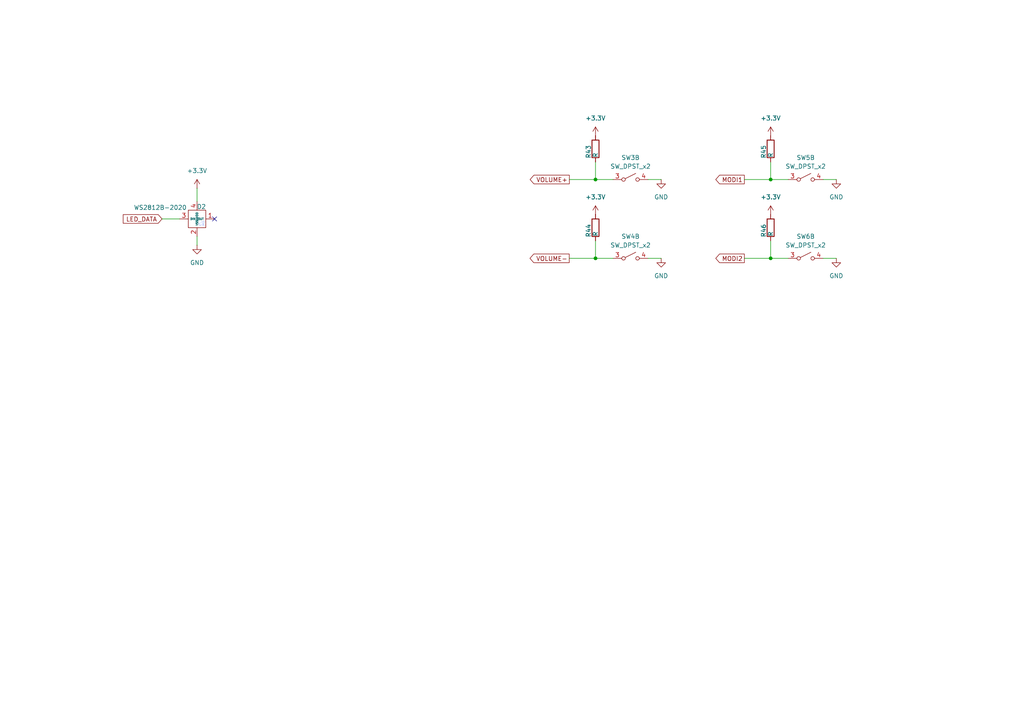
<source format=kicad_sch>
(kicad_sch (version 20231120) (generator "eeschema") (generator_version "8.0")
  (paper "A4")
  (lib_symbols
    (symbol "Device:R" (pin_numbers hide) (pin_names (offset 0))
      (property "Reference" "R" (at 2.032 0 90))
      (property "Value" "R" (at 0 0 90))
      (symbol "R_0_1"
        (rectangle (start -1.016 -2.54) (end 1.016 2.54) (stroke (width 0.254)))
      )
      (symbol "R_1_1"
        (pin passive line (at 0 3.81 270) (length 1.27) (name "~") (number "1"))
        (pin passive line (at 0 -3.81 90) (length 1.27) (name "~") (number "2"))
      )
    )
    (symbol "Matrix2_Schnuppiprojekt:WS2812B-2020_small"
      (property "Reference" "D" (at -2.794 4.826 0))
      (symbol "WS2812B-2020_small_1_1"
        (rectangle (start -2.54 2.54) (end 2.54 -2.54))
        (polyline (pts (xy 1.016 -1.016) (xy 0.508 -1.524) (xy 0.508 -1.27) (xy 0.508 -1.524) (xy 0.762 -1.524)) (stroke (width 0.0762) (color 159 183 255 1)))
        (polyline (pts (xy 1.27 -1.524) (xy 0.762 -2.032) (xy 0.762 -1.778) (xy 0.762 -2.032) (xy 1.016 -2.032)) (stroke (width 0.0762) (color 159 183 255 1)))
        (polyline (pts (xy 1.778 -1.778) (xy 1.27 -0.762) (xy 2.286 -0.762) (xy 1.778 -1.778) (xy 1.778 -0.508) (xy 1.778 -0.508) (xy 1.778 -1.778) (xy 1.27 -1.778) (xy 2.286 -1.778) (xy 1.778 -1.778) (xy 1.778 -2.032) (xy 1.778 -1.778)) (stroke (width 0.0762) (color 159 183 255 1)))
        (pin output line (at 5.08 0 180) (length 2.54) (name "DOUT") (number "1"))
        (pin power_in line (at 0 -5.08 90) (length 2.54) (name "VSS") (number "2"))
        (pin input line (at -5.08 0 0) (length 2.54) (name "DIN") (number "3"))
        (pin power_in line (at 0 5.08 270) (length 2.54) (name "VDD") (number "4"))
      )
    )
    (symbol "Switch:SW_DPST_x2" (pin_names (offset 0) hide)
      (property "Reference" "SW" (at 0 3.175 0))
      (property "Value" "SW_DPST_x2" (at 0 -2.54 0))
      (symbol "SW_DPST_x2_0_0"
        (circle (center -2.032 0) (radius 0.508))
        (polyline (pts (xy -1.524 0.254) (xy 1.524 1.778)))
        (circle (center 2.032 0) (radius 0.508))
      )
      (symbol "SW_DPST_x2_1_1"
        (pin passive line (at -5.08 0 0) (length 2.54) (name "A") (number "1"))
        (pin passive line (at 5.08 0 180) (length 2.54) (name "B") (number "2"))
      )
      (symbol "SW_DPST_x2_2_1"
        (pin passive line (at -5.08 0 0) (length 2.54) (name "A") (number "3"))
        (pin passive line (at 5.08 0 180) (length 2.54) (name "B") (number "4"))
      )
    )
    (symbol "power:+3.3V" (power) (pin_numbers hide) (pin_names (offset 0) hide)
      (property "Value" "+3.3V" (at 0 3.556 0))
      (symbol "+3.3V_0_1"
        (polyline (pts (xy -0.762 1.27) (xy 0 2.54)))
        (polyline (pts (xy 0 0) (xy 0 2.54)))
        (polyline (pts (xy 0 2.54) (xy 0.762 1.27)))
      )
      (symbol "+3.3V_1_1"
        (pin power_in line (at 0 0 90) (length 0) (name "~") (number "1"))
      )
    )
    (symbol "power:GND" (power) (pin_numbers hide) (pin_names (offset 0) hide)
      (property "Value" "GND" (at 0 -3.81 0))
      (symbol "GND_0_1"
        (polyline (pts (xy 0 0) (xy 0 -1.27) (xy 1.27 -1.27) (xy 0 -2.54) (xy -1.27 -1.27) (xy 0 -1.27)))
      )
      (symbol "GND_1_1"
        (pin power_in line (at 0 0 270) (length 0) (name "~") (number "1"))
      )
    )
  )
  (junction (at 172.72 52.07))
  (junction (at 223.52 52.07))
  (junction (at 223.52 74.93))
  (junction (at 172.72 74.93))
  (no_connect (at 62.23 63.5))
  (wire (pts (xy 223.52 52.07) (xy 228.6 52.07)))
  (wire (pts (xy 172.72 52.07) (xy 177.8 52.07)))
  (wire (pts (xy 165.1 52.07) (xy 172.72 52.07)))
  (wire (pts (xy 172.72 46.99) (xy 172.72 52.07)))
  (wire (pts (xy 238.76 74.93) (xy 242.57 74.93)))
  (wire (pts (xy 165.1 74.93) (xy 172.72 74.93)))
  (wire (pts (xy 223.52 74.93) (xy 228.6 74.93)))
  (wire (pts (xy 57.15 54.61) (xy 57.15 58.42)))
  (wire (pts (xy 215.9 74.93) (xy 223.52 74.93)))
  (wire (pts (xy 187.96 52.07) (xy 191.77 52.07)))
  (wire (pts (xy 46.99 63.5) (xy 52.07 63.5)))
  (wire (pts (xy 238.76 52.07) (xy 242.57 52.07)))
  (wire (pts (xy 215.9 52.07) (xy 223.52 52.07)))
  (wire (pts (xy 223.52 69.85) (xy 223.52 74.93)))
  (wire (pts (xy 172.72 74.93) (xy 177.8 74.93)))
  (wire (pts (xy 187.96 74.93) (xy 191.77 74.93)))
  (wire (pts (xy 223.52 46.99) (xy 223.52 52.07)))
  (wire (pts (xy 57.15 71.12) (xy 57.15 68.58)))
  (wire (pts (xy 172.72 69.85) (xy 172.72 74.93)))
  (global_label "MODI1" (shape output) (at 215.9 52.07 180) (property "Intersheetrefs" "${INTERSHEET_REFS}" (effects (hide yes))))
  (global_label "VOLUME+" (shape output) (at 165.1395 52.07 180) (property "Intersheetrefs" "${INTERSHEET_REFS}" (effects (hide yes))))
  (global_label "MODI2" (shape output) (at 215.9 74.93 180) (property "Intersheetrefs" "${INTERSHEET_REFS}" (effects (hide yes))))
  (global_label "VOLUME-" (shape output) (at 165.1 74.93 180) (property "Intersheetrefs" "${INTERSHEET_REFS}" (effects (hide yes))))
  (global_label "LED_DATA" (shape input) (at 46.99 63.5 180) (property "Intersheetrefs" "${INTERSHEET_REFS}" (effects (hide yes))))
  (symbol (lib_id "power:GND") (at 191.77 52.07 0) (unit 1)
    (property "Reference" "#PWR054" (effects (hide yes)))
    (property "Value" "GND" (at 191.77 57.15 0))
    (property "Description" "Power symbol creates a global label with name \"GND\" , ground" (effects (hide yes)))
  )
  (symbol (lib_id "Switch:SW_DPST_x2") (at 233.68 52.07 0) (unit 2)
    (property "Reference" "SW5" (at 233.68 45.72 0))
    (property "Value" "SW_DPST_x2" (at 233.68 48.26 0))
    (property "Footprint" "Matrix2_Schnuppiprojekt:Taster" (effects (hide yes)))
    (property "Datasheet" "file:///C:/data/Projects/SchnuppiProjekt_EnterName/SchnuppiEnterName/Datenblaetter/Taster/ts04-2586192.pdf" (effects (hide yes)))
    (property "Description" "Single Pole Single Throw (SPST) switch, separate symbol" (effects (hide yes)))
    (property "LCSC Part" "C127509" (effects (hide yes)))
  )
  (symbol (lib_id "power:GND") (at 57.15 71.12 0) (unit 1)
    (property "Reference" "#PWR050" (effects (hide yes)))
    (property "Value" "GND" (at 57.15 76.2 0))
    (property "Description" "Power symbol creates a global label with name \"GND\" , ground" (effects (hide yes)))
  )
  (symbol (lib_id "Device:R") (at 172.72 43.18 0) (unit 1)
    (property "Reference" "R43" (at 170.688 45.974 90) (effects (justify left)))
    (property "Value" "R" (at 172.72 45.72 90) (effects (justify left)))
    (property "Description" "Resistor" (effects (hide yes)))
  )
  (symbol (lib_id "Device:R") (at 223.52 43.18 0) (unit 1)
    (property "Reference" "R45" (at 221.488 45.974 90) (effects (justify left)))
    (property "Value" "R" (at 223.52 45.72 90) (effects (justify left)))
    (property "Description" "Resistor" (effects (hide yes)))
  )
  (symbol (lib_id "Matrix2_Schnuppiprojekt:WS2812B-2020_small") (at 57.15 63.5 0) (unit 1)
    (property "Reference" "D2" (at 58.42 59.944 0))
    (property "Value" "WS2812B-2020" (at 46.482 60.198 0))
    (property "Footprint" "LED_SMD:LED_WS2812B-2020_PLCC4_2.0x2.0mm" (effects (hide yes)))
    (property "Datasheet" "file:///C:/data/Projects/SchnuppiProjekt_EnterName/SchnuppiEnterName/Datenblaetter/RGB_LED/WS2812B-2020_V10_EN_181106150240761.pdf" (effects (hide yes)))
    (property "LCSC Part" "C965555" (effects (hide yes)))
  )
  (symbol (lib_id "power:GND") (at 242.57 74.93 0) (unit 1)
    (property "Reference" "#PWR061" (effects (hide yes)))
    (property "Value" "GND" (at 242.57 80.01 0))
    (property "Description" "Power symbol creates a global label with name \"GND\" , ground" (effects (hide yes)))
  )
  (symbol (lib_id "Switch:SW_DPST_x2") (at 182.88 74.93 0) (unit 2)
    (property "Reference" "SW4" (at 182.88 68.58 0))
    (property "Value" "SW_DPST_x2" (at 182.88 71.12 0))
    (property "Footprint" "Matrix2_Schnuppiprojekt:Taster" (effects (hide yes)))
    (property "Datasheet" "file:///C:/data/Projects/SchnuppiProjekt_EnterName/SchnuppiEnterName/Datenblaetter/Taster/ts04-2586192.pdf" (effects (hide yes)))
    (property "Description" "Single Pole Single Throw (SPST) switch, separate symbol" (effects (hide yes)))
    (property "LCSC Part" "C127509" (effects (hide yes)))
  )
  (symbol (lib_id "power:+3.3V") (at 57.15 54.61 0) (unit 1)
    (property "Reference" "#PWR048" (effects (hide yes)))
    (property "Value" "+3.3V" (at 57.15 49.53 0))
    (property "Description" "Power symbol creates a global label with name \"+3.3V\"" (effects (hide yes)))
  )
  (symbol (lib_id "power:GND") (at 242.57 52.07 0) (unit 1)
    (property "Reference" "#PWR059" (effects (hide yes)))
    (property "Value" "GND" (at 242.57 57.15 0))
    (property "Description" "Power symbol creates a global label with name \"GND\" , ground" (effects (hide yes)))
  )
  (symbol (lib_id "Device:R") (at 223.52 66.04 0) (unit 1)
    (property "Reference" "R46" (at 221.488 68.834 90) (effects (justify left)))
    (property "Value" "R" (at 223.52 68.58 90) (effects (justify left)))
    (property "Description" "Resistor" (effects (hide yes)))
  )
  (symbol (lib_id "power:+3.3V") (at 223.52 39.37 0) (unit 1)
    (property "Reference" "#PWR058" (effects (hide yes)))
    (property "Value" "+3.3V" (at 223.52 34.29 0))
    (property "Description" "Power symbol creates a global label with name \"+3.3V\"" (effects (hide yes)))
  )
  (symbol (lib_id "Switch:SW_DPST_x2") (at 233.68 74.93 0) (unit 2)
    (property "Reference" "SW6" (at 233.68 68.58 0))
    (property "Value" "SW_DPST_x2" (at 233.68 71.12 0))
    (property "Footprint" "Matrix2_Schnuppiprojekt:Taster" (effects (hide yes)))
    (property "Datasheet" "file:///C:/data/Projects/SchnuppiProjekt_EnterName/SchnuppiEnterName/Datenblaetter/Taster/ts04-2586192.pdf" (effects (hide yes)))
    (property "Description" "Single Pole Single Throw (SPST) switch, separate symbol" (effects (hide yes)))
    (property "LCSC Part" "C127509" (effects (hide yes)))
  )
  (symbol (lib_id "power:GND") (at 191.77 74.93 0) (unit 1)
    (property "Reference" "#PWR055" (effects (hide yes)))
    (property "Value" "GND" (at 191.77 80.01 0))
    (property "Description" "Power symbol creates a global label with name \"GND\" , ground" (effects (hide yes)))
  )
  (symbol (lib_id "Device:R") (at 172.72 66.04 0) (unit 1)
    (property "Reference" "R44" (at 170.688 68.834 90) (effects (justify left)))
    (property "Value" "R" (at 172.72 68.58 90) (effects (justify left)))
    (property "Description" "Resistor" (effects (hide yes)))
  )
  (symbol (lib_id "power:+3.3V") (at 223.52 62.23 0) (unit 1)
    (property "Reference" "#PWR060" (effects (hide yes)))
    (property "Value" "+3.3V" (at 223.52 57.15 0))
    (property "Description" "Power symbol creates a global label with name \"+3.3V\"" (effects (hide yes)))
  )
  (symbol (lib_id "Switch:SW_DPST_x2") (at 182.88 52.07 0) (unit 2)
    (property "Reference" "SW3" (at 182.88 45.72 0))
    (property "Value" "SW_DPST_x2" (at 182.88 48.26 0))
    (property "Footprint" "Matrix2_Schnuppiprojekt:Taster" (effects (hide yes)))
    (property "Datasheet" "file:///C:/data/Projects/SchnuppiProjekt_EnterName/SchnuppiEnterName/Datenblaetter/Taster/ts04-2586192.pdf" (effects (hide yes)))
    (property "Description" "Single Pole Single Throw (SPST) switch, separate symbol" (effects (hide yes)))
    (property "LCSC Part" "C127509" (effects (hide yes)))
  )
  (symbol (lib_id "power:+3.3V") (at 172.72 62.23 0) (unit 1)
    (property "Reference" "#PWR056" (effects (hide yes)))
    (property "Value" "+3.3V" (at 172.72 57.15 0))
    (property "Description" "Power symbol creates a global label with name \"+3.3V\"" (effects (hide yes)))
  )
  (symbol (lib_id "power:+3.3V") (at 172.72 39.37 0) (unit 1)
    (property "Reference" "#PWR057" (effects (hide yes)))
    (property "Value" "+3.3V" (at 172.72 34.29 0))
    (property "Description" "Power symbol creates a global label with name \"+3.3V\"" (effects (hide yes)))
  )
)
</source>
